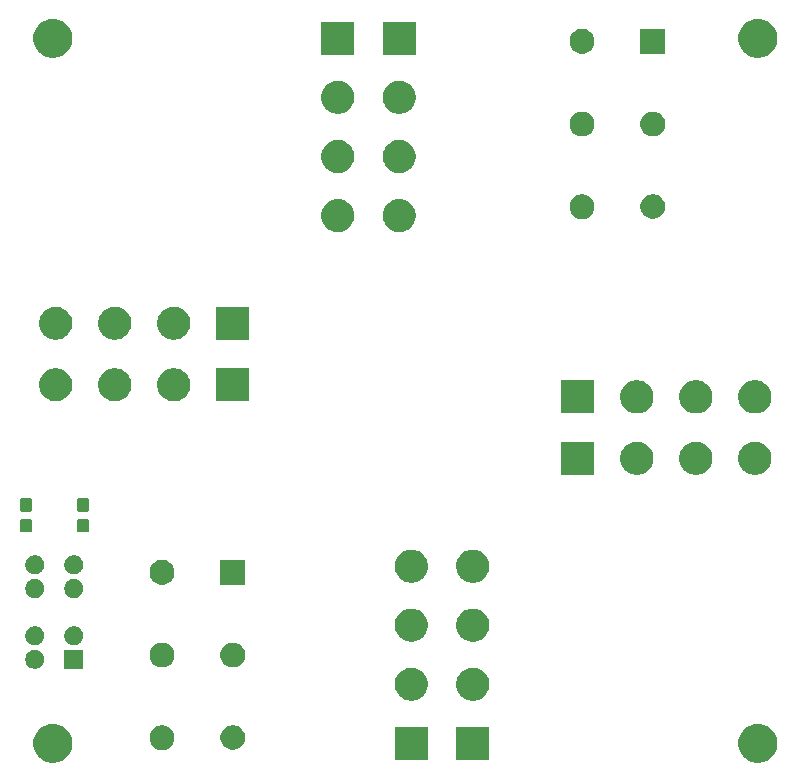
<source format=gbr>
G04 #@! TF.GenerationSoftware,KiCad,Pcbnew,5.1.2*
G04 #@! TF.CreationDate,2019-08-02T13:22:20+02:00*
G04 #@! TF.ProjectId,junction,6a756e63-7469-46f6-9e2e-6b696361645f,rev?*
G04 #@! TF.SameCoordinates,Original*
G04 #@! TF.FileFunction,Soldermask,Top*
G04 #@! TF.FilePolarity,Negative*
%FSLAX46Y46*%
G04 Gerber Fmt 4.6, Leading zero omitted, Abs format (unit mm)*
G04 Created by KiCad (PCBNEW 5.1.2) date 2019-08-02 13:22:20*
%MOMM*%
%LPD*%
G04 APERTURE LIST*
%ADD10C,0.100000*%
G04 APERTURE END LIST*
D10*
G36*
X65145256Y-63161298D02*
G01*
X65251579Y-63182447D01*
X65552042Y-63306903D01*
X65822451Y-63487585D01*
X66052415Y-63717549D01*
X66233097Y-63987958D01*
X66316159Y-64188486D01*
X66357553Y-64288422D01*
X66419245Y-64598565D01*
X66421000Y-64607391D01*
X66421000Y-64932609D01*
X66357553Y-65251579D01*
X66233097Y-65552042D01*
X66052415Y-65822451D01*
X65822451Y-66052415D01*
X65552042Y-66233097D01*
X65251579Y-66357553D01*
X65145256Y-66378702D01*
X64932611Y-66421000D01*
X64607389Y-66421000D01*
X64394744Y-66378702D01*
X64288421Y-66357553D01*
X63987958Y-66233097D01*
X63717549Y-66052415D01*
X63487585Y-65822451D01*
X63306903Y-65552042D01*
X63182447Y-65251579D01*
X63119000Y-64932609D01*
X63119000Y-64607391D01*
X63120756Y-64598565D01*
X63182447Y-64288422D01*
X63223842Y-64188486D01*
X63306903Y-63987958D01*
X63487585Y-63717549D01*
X63717549Y-63487585D01*
X63987958Y-63306903D01*
X64288421Y-63182447D01*
X64394744Y-63161298D01*
X64607389Y-63119000D01*
X64932611Y-63119000D01*
X65145256Y-63161298D01*
X65145256Y-63161298D01*
G37*
G36*
X5455256Y-63161298D02*
G01*
X5561579Y-63182447D01*
X5862042Y-63306903D01*
X6132451Y-63487585D01*
X6362415Y-63717549D01*
X6543097Y-63987958D01*
X6626159Y-64188486D01*
X6667553Y-64288422D01*
X6729245Y-64598565D01*
X6731000Y-64607391D01*
X6731000Y-64932609D01*
X6667553Y-65251579D01*
X6543097Y-65552042D01*
X6362415Y-65822451D01*
X6132451Y-66052415D01*
X5862042Y-66233097D01*
X5561579Y-66357553D01*
X5455256Y-66378702D01*
X5242611Y-66421000D01*
X4917389Y-66421000D01*
X4704744Y-66378702D01*
X4598421Y-66357553D01*
X4297958Y-66233097D01*
X4027549Y-66052415D01*
X3797585Y-65822451D01*
X3616903Y-65552042D01*
X3492447Y-65251579D01*
X3429000Y-64932609D01*
X3429000Y-64607391D01*
X3430756Y-64598565D01*
X3492447Y-64288422D01*
X3533842Y-64188486D01*
X3616903Y-63987958D01*
X3797585Y-63717549D01*
X4027549Y-63487585D01*
X4297958Y-63306903D01*
X4598421Y-63182447D01*
X4704744Y-63161298D01*
X4917389Y-63119000D01*
X5242611Y-63119000D01*
X5455256Y-63161298D01*
X5455256Y-63161298D01*
G37*
G36*
X42041000Y-66171000D02*
G01*
X39239000Y-66171000D01*
X39239000Y-63369000D01*
X42041000Y-63369000D01*
X42041000Y-66171000D01*
X42041000Y-66171000D01*
G37*
G36*
X36841000Y-66171000D02*
G01*
X34039000Y-66171000D01*
X34039000Y-63369000D01*
X36841000Y-63369000D01*
X36841000Y-66171000D01*
X36841000Y-66171000D01*
G37*
G36*
X14626564Y-63281389D02*
G01*
X14781622Y-63345616D01*
X14817835Y-63360616D01*
X14989973Y-63475635D01*
X15136365Y-63622027D01*
X15241363Y-63779167D01*
X15251385Y-63794167D01*
X15330611Y-63985436D01*
X15371000Y-64188484D01*
X15371000Y-64395516D01*
X15330611Y-64598564D01*
X15257598Y-64774833D01*
X15251384Y-64789835D01*
X15136365Y-64961973D01*
X14989973Y-65108365D01*
X14817835Y-65223384D01*
X14817834Y-65223385D01*
X14817833Y-65223385D01*
X14626564Y-65302611D01*
X14423516Y-65343000D01*
X14216484Y-65343000D01*
X14013436Y-65302611D01*
X13822167Y-65223385D01*
X13822166Y-65223385D01*
X13822165Y-65223384D01*
X13650027Y-65108365D01*
X13503635Y-64961973D01*
X13388616Y-64789835D01*
X13382402Y-64774833D01*
X13309389Y-64598564D01*
X13269000Y-64395516D01*
X13269000Y-64188484D01*
X13309389Y-63985436D01*
X13388615Y-63794167D01*
X13398638Y-63779167D01*
X13503635Y-63622027D01*
X13650027Y-63475635D01*
X13822165Y-63360616D01*
X13858378Y-63345616D01*
X14013436Y-63281389D01*
X14216484Y-63241000D01*
X14423516Y-63241000D01*
X14626564Y-63281389D01*
X14626564Y-63281389D01*
G37*
G36*
X20626564Y-63266389D02*
G01*
X20817833Y-63345615D01*
X20817835Y-63345616D01*
X20989973Y-63460635D01*
X21136365Y-63607027D01*
X21251385Y-63779167D01*
X21330611Y-63970436D01*
X21371000Y-64173484D01*
X21371000Y-64380516D01*
X21330611Y-64583564D01*
X21251385Y-64774833D01*
X21251384Y-64774835D01*
X21136365Y-64946973D01*
X20989973Y-65093365D01*
X20817835Y-65208384D01*
X20817834Y-65208385D01*
X20817833Y-65208385D01*
X20626564Y-65287611D01*
X20423516Y-65328000D01*
X20216484Y-65328000D01*
X20013436Y-65287611D01*
X19822167Y-65208385D01*
X19822166Y-65208385D01*
X19822165Y-65208384D01*
X19650027Y-65093365D01*
X19503635Y-64946973D01*
X19388616Y-64774835D01*
X19388615Y-64774833D01*
X19309389Y-64583564D01*
X19269000Y-64380516D01*
X19269000Y-64173484D01*
X19309389Y-63970436D01*
X19388615Y-63779167D01*
X19503635Y-63607027D01*
X19650027Y-63460635D01*
X19822165Y-63345616D01*
X19822167Y-63345615D01*
X20013436Y-63266389D01*
X20216484Y-63226000D01*
X20423516Y-63226000D01*
X20626564Y-63266389D01*
X20626564Y-63266389D01*
G37*
G36*
X35758433Y-58404893D02*
G01*
X35848657Y-58422839D01*
X35954267Y-58466585D01*
X36103621Y-58528449D01*
X36103622Y-58528450D01*
X36333086Y-58681772D01*
X36528228Y-58876914D01*
X36630675Y-59030237D01*
X36681551Y-59106379D01*
X36787161Y-59361344D01*
X36841000Y-59632012D01*
X36841000Y-59907988D01*
X36787161Y-60178656D01*
X36681551Y-60433621D01*
X36681550Y-60433622D01*
X36528228Y-60663086D01*
X36333086Y-60858228D01*
X36179763Y-60960675D01*
X36103621Y-61011551D01*
X35954267Y-61073415D01*
X35848657Y-61117161D01*
X35758433Y-61135107D01*
X35577988Y-61171000D01*
X35302012Y-61171000D01*
X35121567Y-61135107D01*
X35031343Y-61117161D01*
X34925733Y-61073415D01*
X34776379Y-61011551D01*
X34700237Y-60960675D01*
X34546914Y-60858228D01*
X34351772Y-60663086D01*
X34198450Y-60433622D01*
X34198449Y-60433621D01*
X34092839Y-60178656D01*
X34039000Y-59907988D01*
X34039000Y-59632012D01*
X34092839Y-59361344D01*
X34198449Y-59106379D01*
X34249325Y-59030237D01*
X34351772Y-58876914D01*
X34546914Y-58681772D01*
X34776378Y-58528450D01*
X34776379Y-58528449D01*
X34925733Y-58466585D01*
X35031343Y-58422839D01*
X35121567Y-58404893D01*
X35302012Y-58369000D01*
X35577988Y-58369000D01*
X35758433Y-58404893D01*
X35758433Y-58404893D01*
G37*
G36*
X40958433Y-58404893D02*
G01*
X41048657Y-58422839D01*
X41154267Y-58466585D01*
X41303621Y-58528449D01*
X41303622Y-58528450D01*
X41533086Y-58681772D01*
X41728228Y-58876914D01*
X41830675Y-59030237D01*
X41881551Y-59106379D01*
X41987161Y-59361344D01*
X42041000Y-59632012D01*
X42041000Y-59907988D01*
X41987161Y-60178656D01*
X41881551Y-60433621D01*
X41881550Y-60433622D01*
X41728228Y-60663086D01*
X41533086Y-60858228D01*
X41379763Y-60960675D01*
X41303621Y-61011551D01*
X41154267Y-61073415D01*
X41048657Y-61117161D01*
X40958433Y-61135107D01*
X40777988Y-61171000D01*
X40502012Y-61171000D01*
X40321567Y-61135107D01*
X40231343Y-61117161D01*
X40125733Y-61073415D01*
X39976379Y-61011551D01*
X39900237Y-60960675D01*
X39746914Y-60858228D01*
X39551772Y-60663086D01*
X39398450Y-60433622D01*
X39398449Y-60433621D01*
X39292839Y-60178656D01*
X39239000Y-59907988D01*
X39239000Y-59632012D01*
X39292839Y-59361344D01*
X39398449Y-59106379D01*
X39449325Y-59030237D01*
X39551772Y-58876914D01*
X39746914Y-58681772D01*
X39976378Y-58528450D01*
X39976379Y-58528449D01*
X40125733Y-58466585D01*
X40231343Y-58422839D01*
X40321567Y-58404893D01*
X40502012Y-58369000D01*
X40777988Y-58369000D01*
X40958433Y-58404893D01*
X40958433Y-58404893D01*
G37*
G36*
X3791642Y-56887781D02*
G01*
X3937414Y-56948162D01*
X3937416Y-56948163D01*
X4068608Y-57035822D01*
X4180178Y-57147392D01*
X4267837Y-57278584D01*
X4267838Y-57278586D01*
X4328219Y-57424358D01*
X4359000Y-57579107D01*
X4359000Y-57736893D01*
X4328219Y-57891642D01*
X4267838Y-58037414D01*
X4267837Y-58037416D01*
X4180178Y-58168608D01*
X4068608Y-58280178D01*
X3937416Y-58367837D01*
X3937415Y-58367838D01*
X3937414Y-58367838D01*
X3791642Y-58428219D01*
X3636893Y-58459000D01*
X3479107Y-58459000D01*
X3324358Y-58428219D01*
X3178586Y-58367838D01*
X3178585Y-58367838D01*
X3178584Y-58367837D01*
X3047392Y-58280178D01*
X2935822Y-58168608D01*
X2848163Y-58037416D01*
X2848162Y-58037414D01*
X2787781Y-57891642D01*
X2757000Y-57736893D01*
X2757000Y-57579107D01*
X2787781Y-57424358D01*
X2848162Y-57278586D01*
X2848163Y-57278584D01*
X2935822Y-57147392D01*
X3047392Y-57035822D01*
X3178584Y-56948163D01*
X3178586Y-56948162D01*
X3324358Y-56887781D01*
X3479107Y-56857000D01*
X3636893Y-56857000D01*
X3791642Y-56887781D01*
X3791642Y-56887781D01*
G37*
G36*
X7659000Y-58459000D02*
G01*
X6057000Y-58459000D01*
X6057000Y-56857000D01*
X7659000Y-56857000D01*
X7659000Y-58459000D01*
X7659000Y-58459000D01*
G37*
G36*
X14626564Y-56281389D02*
G01*
X14817833Y-56360615D01*
X14817835Y-56360616D01*
X14828642Y-56367837D01*
X14989973Y-56475635D01*
X15136365Y-56622027D01*
X15251385Y-56794167D01*
X15330611Y-56985436D01*
X15371000Y-57188484D01*
X15371000Y-57395516D01*
X15330611Y-57598564D01*
X15273314Y-57736892D01*
X15251384Y-57789835D01*
X15136365Y-57961973D01*
X14989973Y-58108365D01*
X14817835Y-58223384D01*
X14817834Y-58223385D01*
X14817833Y-58223385D01*
X14626564Y-58302611D01*
X14423516Y-58343000D01*
X14216484Y-58343000D01*
X14013436Y-58302611D01*
X13822167Y-58223385D01*
X13822166Y-58223385D01*
X13822165Y-58223384D01*
X13650027Y-58108365D01*
X13503635Y-57961973D01*
X13388616Y-57789835D01*
X13366686Y-57736892D01*
X13309389Y-57598564D01*
X13269000Y-57395516D01*
X13269000Y-57188484D01*
X13309389Y-56985436D01*
X13388615Y-56794167D01*
X13503635Y-56622027D01*
X13650027Y-56475635D01*
X13811358Y-56367837D01*
X13822165Y-56360616D01*
X13822167Y-56360615D01*
X14013436Y-56281389D01*
X14216484Y-56241000D01*
X14423516Y-56241000D01*
X14626564Y-56281389D01*
X14626564Y-56281389D01*
G37*
G36*
X20626564Y-56281389D02*
G01*
X20817833Y-56360615D01*
X20817835Y-56360616D01*
X20828642Y-56367837D01*
X20989973Y-56475635D01*
X21136365Y-56622027D01*
X21251385Y-56794167D01*
X21330611Y-56985436D01*
X21371000Y-57188484D01*
X21371000Y-57395516D01*
X21330611Y-57598564D01*
X21273314Y-57736892D01*
X21251384Y-57789835D01*
X21136365Y-57961973D01*
X20989973Y-58108365D01*
X20817835Y-58223384D01*
X20817834Y-58223385D01*
X20817833Y-58223385D01*
X20626564Y-58302611D01*
X20423516Y-58343000D01*
X20216484Y-58343000D01*
X20013436Y-58302611D01*
X19822167Y-58223385D01*
X19822166Y-58223385D01*
X19822165Y-58223384D01*
X19650027Y-58108365D01*
X19503635Y-57961973D01*
X19388616Y-57789835D01*
X19366686Y-57736892D01*
X19309389Y-57598564D01*
X19269000Y-57395516D01*
X19269000Y-57188484D01*
X19309389Y-56985436D01*
X19388615Y-56794167D01*
X19503635Y-56622027D01*
X19650027Y-56475635D01*
X19811358Y-56367837D01*
X19822165Y-56360616D01*
X19822167Y-56360615D01*
X20013436Y-56281389D01*
X20216484Y-56241000D01*
X20423516Y-56241000D01*
X20626564Y-56281389D01*
X20626564Y-56281389D01*
G37*
G36*
X7091642Y-54887781D02*
G01*
X7237414Y-54948162D01*
X7237416Y-54948163D01*
X7368608Y-55035822D01*
X7480178Y-55147392D01*
X7501068Y-55178657D01*
X7567838Y-55278586D01*
X7628219Y-55424358D01*
X7659000Y-55579107D01*
X7659000Y-55736893D01*
X7628219Y-55891642D01*
X7578551Y-56011550D01*
X7567837Y-56037416D01*
X7480178Y-56168608D01*
X7368608Y-56280178D01*
X7237416Y-56367837D01*
X7237415Y-56367838D01*
X7237414Y-56367838D01*
X7091642Y-56428219D01*
X6936893Y-56459000D01*
X6779107Y-56459000D01*
X6624358Y-56428219D01*
X6478586Y-56367838D01*
X6478585Y-56367838D01*
X6478584Y-56367837D01*
X6347392Y-56280178D01*
X6235822Y-56168608D01*
X6148163Y-56037416D01*
X6137449Y-56011550D01*
X6087781Y-55891642D01*
X6057000Y-55736893D01*
X6057000Y-55579107D01*
X6087781Y-55424358D01*
X6148162Y-55278586D01*
X6214932Y-55178657D01*
X6235822Y-55147392D01*
X6347392Y-55035822D01*
X6478584Y-54948163D01*
X6478586Y-54948162D01*
X6624358Y-54887781D01*
X6779107Y-54857000D01*
X6936893Y-54857000D01*
X7091642Y-54887781D01*
X7091642Y-54887781D01*
G37*
G36*
X3791642Y-54887781D02*
G01*
X3937414Y-54948162D01*
X3937416Y-54948163D01*
X4068608Y-55035822D01*
X4180178Y-55147392D01*
X4201068Y-55178657D01*
X4267838Y-55278586D01*
X4328219Y-55424358D01*
X4359000Y-55579107D01*
X4359000Y-55736893D01*
X4328219Y-55891642D01*
X4278551Y-56011550D01*
X4267837Y-56037416D01*
X4180178Y-56168608D01*
X4068608Y-56280178D01*
X3937416Y-56367837D01*
X3937415Y-56367838D01*
X3937414Y-56367838D01*
X3791642Y-56428219D01*
X3636893Y-56459000D01*
X3479107Y-56459000D01*
X3324358Y-56428219D01*
X3178586Y-56367838D01*
X3178585Y-56367838D01*
X3178584Y-56367837D01*
X3047392Y-56280178D01*
X2935822Y-56168608D01*
X2848163Y-56037416D01*
X2837449Y-56011550D01*
X2787781Y-55891642D01*
X2757000Y-55736893D01*
X2757000Y-55579107D01*
X2787781Y-55424358D01*
X2848162Y-55278586D01*
X2914932Y-55178657D01*
X2935822Y-55147392D01*
X3047392Y-55035822D01*
X3178584Y-54948163D01*
X3178586Y-54948162D01*
X3324358Y-54887781D01*
X3479107Y-54857000D01*
X3636893Y-54857000D01*
X3791642Y-54887781D01*
X3791642Y-54887781D01*
G37*
G36*
X40958433Y-53404893D02*
G01*
X41048657Y-53422839D01*
X41154267Y-53466585D01*
X41303621Y-53528449D01*
X41303622Y-53528450D01*
X41533086Y-53681772D01*
X41728228Y-53876914D01*
X41830675Y-54030237D01*
X41881551Y-54106379D01*
X41987161Y-54361344D01*
X42041000Y-54632012D01*
X42041000Y-54907988D01*
X41987161Y-55178656D01*
X41881551Y-55433621D01*
X41881550Y-55433622D01*
X41728228Y-55663086D01*
X41533086Y-55858228D01*
X41379763Y-55960675D01*
X41303621Y-56011551D01*
X41241177Y-56037416D01*
X41048657Y-56117161D01*
X40958433Y-56135107D01*
X40777988Y-56171000D01*
X40502012Y-56171000D01*
X40321567Y-56135107D01*
X40231343Y-56117161D01*
X40038823Y-56037416D01*
X39976379Y-56011551D01*
X39900237Y-55960675D01*
X39746914Y-55858228D01*
X39551772Y-55663086D01*
X39398450Y-55433622D01*
X39398449Y-55433621D01*
X39292839Y-55178656D01*
X39239000Y-54907988D01*
X39239000Y-54632012D01*
X39292839Y-54361344D01*
X39398449Y-54106379D01*
X39449325Y-54030237D01*
X39551772Y-53876914D01*
X39746914Y-53681772D01*
X39976378Y-53528450D01*
X39976379Y-53528449D01*
X40125733Y-53466585D01*
X40231343Y-53422839D01*
X40321567Y-53404893D01*
X40502012Y-53369000D01*
X40777988Y-53369000D01*
X40958433Y-53404893D01*
X40958433Y-53404893D01*
G37*
G36*
X35758433Y-53404893D02*
G01*
X35848657Y-53422839D01*
X35954267Y-53466585D01*
X36103621Y-53528449D01*
X36103622Y-53528450D01*
X36333086Y-53681772D01*
X36528228Y-53876914D01*
X36630675Y-54030237D01*
X36681551Y-54106379D01*
X36787161Y-54361344D01*
X36841000Y-54632012D01*
X36841000Y-54907988D01*
X36787161Y-55178656D01*
X36681551Y-55433621D01*
X36681550Y-55433622D01*
X36528228Y-55663086D01*
X36333086Y-55858228D01*
X36179763Y-55960675D01*
X36103621Y-56011551D01*
X36041177Y-56037416D01*
X35848657Y-56117161D01*
X35758433Y-56135107D01*
X35577988Y-56171000D01*
X35302012Y-56171000D01*
X35121567Y-56135107D01*
X35031343Y-56117161D01*
X34838823Y-56037416D01*
X34776379Y-56011551D01*
X34700237Y-55960675D01*
X34546914Y-55858228D01*
X34351772Y-55663086D01*
X34198450Y-55433622D01*
X34198449Y-55433621D01*
X34092839Y-55178656D01*
X34039000Y-54907988D01*
X34039000Y-54632012D01*
X34092839Y-54361344D01*
X34198449Y-54106379D01*
X34249325Y-54030237D01*
X34351772Y-53876914D01*
X34546914Y-53681772D01*
X34776378Y-53528450D01*
X34776379Y-53528449D01*
X34925733Y-53466585D01*
X35031343Y-53422839D01*
X35121567Y-53404893D01*
X35302012Y-53369000D01*
X35577988Y-53369000D01*
X35758433Y-53404893D01*
X35758433Y-53404893D01*
G37*
G36*
X3791642Y-50887781D02*
G01*
X3937414Y-50948162D01*
X3937416Y-50948163D01*
X4068608Y-51035822D01*
X4180178Y-51147392D01*
X4230954Y-51223385D01*
X4267838Y-51278586D01*
X4328219Y-51424358D01*
X4359000Y-51579107D01*
X4359000Y-51736893D01*
X4328219Y-51891642D01*
X4267838Y-52037414D01*
X4267837Y-52037416D01*
X4180178Y-52168608D01*
X4068608Y-52280178D01*
X3937416Y-52367837D01*
X3937415Y-52367838D01*
X3937414Y-52367838D01*
X3791642Y-52428219D01*
X3636893Y-52459000D01*
X3479107Y-52459000D01*
X3324358Y-52428219D01*
X3178586Y-52367838D01*
X3178585Y-52367838D01*
X3178584Y-52367837D01*
X3047392Y-52280178D01*
X2935822Y-52168608D01*
X2848163Y-52037416D01*
X2848162Y-52037414D01*
X2787781Y-51891642D01*
X2757000Y-51736893D01*
X2757000Y-51579107D01*
X2787781Y-51424358D01*
X2848162Y-51278586D01*
X2885046Y-51223385D01*
X2935822Y-51147392D01*
X3047392Y-51035822D01*
X3178584Y-50948163D01*
X3178586Y-50948162D01*
X3324358Y-50887781D01*
X3479107Y-50857000D01*
X3636893Y-50857000D01*
X3791642Y-50887781D01*
X3791642Y-50887781D01*
G37*
G36*
X7091642Y-50887781D02*
G01*
X7237414Y-50948162D01*
X7237416Y-50948163D01*
X7368608Y-51035822D01*
X7480178Y-51147392D01*
X7530954Y-51223385D01*
X7567838Y-51278586D01*
X7628219Y-51424358D01*
X7659000Y-51579107D01*
X7659000Y-51736893D01*
X7628219Y-51891642D01*
X7567838Y-52037414D01*
X7567837Y-52037416D01*
X7480178Y-52168608D01*
X7368608Y-52280178D01*
X7237416Y-52367837D01*
X7237415Y-52367838D01*
X7237414Y-52367838D01*
X7091642Y-52428219D01*
X6936893Y-52459000D01*
X6779107Y-52459000D01*
X6624358Y-52428219D01*
X6478586Y-52367838D01*
X6478585Y-52367838D01*
X6478584Y-52367837D01*
X6347392Y-52280178D01*
X6235822Y-52168608D01*
X6148163Y-52037416D01*
X6148162Y-52037414D01*
X6087781Y-51891642D01*
X6057000Y-51736893D01*
X6057000Y-51579107D01*
X6087781Y-51424358D01*
X6148162Y-51278586D01*
X6185046Y-51223385D01*
X6235822Y-51147392D01*
X6347392Y-51035822D01*
X6478584Y-50948163D01*
X6478586Y-50948162D01*
X6624358Y-50887781D01*
X6779107Y-50857000D01*
X6936893Y-50857000D01*
X7091642Y-50887781D01*
X7091642Y-50887781D01*
G37*
G36*
X21371000Y-51343000D02*
G01*
X19269000Y-51343000D01*
X19269000Y-49241000D01*
X21371000Y-49241000D01*
X21371000Y-51343000D01*
X21371000Y-51343000D01*
G37*
G36*
X14626564Y-49281389D02*
G01*
X14817833Y-49360615D01*
X14817835Y-49360616D01*
X14989973Y-49475635D01*
X15136365Y-49622027D01*
X15251385Y-49794167D01*
X15330611Y-49985436D01*
X15371000Y-50188484D01*
X15371000Y-50395516D01*
X15330611Y-50598564D01*
X15303885Y-50663086D01*
X15251384Y-50789835D01*
X15136365Y-50961973D01*
X14989973Y-51108365D01*
X14817835Y-51223384D01*
X14817834Y-51223385D01*
X14817833Y-51223385D01*
X14626564Y-51302611D01*
X14423516Y-51343000D01*
X14216484Y-51343000D01*
X14013436Y-51302611D01*
X13822167Y-51223385D01*
X13822166Y-51223385D01*
X13822165Y-51223384D01*
X13650027Y-51108365D01*
X13503635Y-50961973D01*
X13388616Y-50789835D01*
X13336115Y-50663086D01*
X13309389Y-50598564D01*
X13269000Y-50395516D01*
X13269000Y-50188484D01*
X13309389Y-49985436D01*
X13388615Y-49794167D01*
X13503635Y-49622027D01*
X13650027Y-49475635D01*
X13822165Y-49360616D01*
X13822167Y-49360615D01*
X14013436Y-49281389D01*
X14216484Y-49241000D01*
X14423516Y-49241000D01*
X14626564Y-49281389D01*
X14626564Y-49281389D01*
G37*
G36*
X35758433Y-48404893D02*
G01*
X35848657Y-48422839D01*
X35954267Y-48466585D01*
X36103621Y-48528449D01*
X36103622Y-48528450D01*
X36333086Y-48681772D01*
X36528228Y-48876914D01*
X36630675Y-49030237D01*
X36681551Y-49106379D01*
X36737313Y-49241000D01*
X36786860Y-49360616D01*
X36787161Y-49361344D01*
X36841000Y-49632012D01*
X36841000Y-49907988D01*
X36815256Y-50037414D01*
X36787161Y-50178657D01*
X36745109Y-50280178D01*
X36681551Y-50433621D01*
X36681550Y-50433622D01*
X36528228Y-50663086D01*
X36333086Y-50858228D01*
X36198489Y-50948162D01*
X36103621Y-51011551D01*
X35954267Y-51073415D01*
X35848657Y-51117161D01*
X35758433Y-51135107D01*
X35577988Y-51171000D01*
X35302012Y-51171000D01*
X35121567Y-51135107D01*
X35031343Y-51117161D01*
X34925733Y-51073415D01*
X34776379Y-51011551D01*
X34681511Y-50948162D01*
X34546914Y-50858228D01*
X34351772Y-50663086D01*
X34198450Y-50433622D01*
X34198449Y-50433621D01*
X34134891Y-50280178D01*
X34092839Y-50178657D01*
X34064744Y-50037414D01*
X34039000Y-49907988D01*
X34039000Y-49632012D01*
X34092839Y-49361344D01*
X34093141Y-49360616D01*
X34142687Y-49241000D01*
X34198449Y-49106379D01*
X34249325Y-49030237D01*
X34351772Y-48876914D01*
X34546914Y-48681772D01*
X34776378Y-48528450D01*
X34776379Y-48528449D01*
X34925733Y-48466585D01*
X35031343Y-48422839D01*
X35121567Y-48404893D01*
X35302012Y-48369000D01*
X35577988Y-48369000D01*
X35758433Y-48404893D01*
X35758433Y-48404893D01*
G37*
G36*
X40958433Y-48404893D02*
G01*
X41048657Y-48422839D01*
X41154267Y-48466585D01*
X41303621Y-48528449D01*
X41303622Y-48528450D01*
X41533086Y-48681772D01*
X41728228Y-48876914D01*
X41830675Y-49030237D01*
X41881551Y-49106379D01*
X41937313Y-49241000D01*
X41986860Y-49360616D01*
X41987161Y-49361344D01*
X42041000Y-49632012D01*
X42041000Y-49907988D01*
X42015256Y-50037414D01*
X41987161Y-50178657D01*
X41945109Y-50280178D01*
X41881551Y-50433621D01*
X41881550Y-50433622D01*
X41728228Y-50663086D01*
X41533086Y-50858228D01*
X41398489Y-50948162D01*
X41303621Y-51011551D01*
X41154267Y-51073415D01*
X41048657Y-51117161D01*
X40958433Y-51135107D01*
X40777988Y-51171000D01*
X40502012Y-51171000D01*
X40321567Y-51135107D01*
X40231343Y-51117161D01*
X40125733Y-51073415D01*
X39976379Y-51011551D01*
X39881511Y-50948162D01*
X39746914Y-50858228D01*
X39551772Y-50663086D01*
X39398450Y-50433622D01*
X39398449Y-50433621D01*
X39334891Y-50280178D01*
X39292839Y-50178657D01*
X39264744Y-50037414D01*
X39239000Y-49907988D01*
X39239000Y-49632012D01*
X39292839Y-49361344D01*
X39293141Y-49360616D01*
X39342687Y-49241000D01*
X39398449Y-49106379D01*
X39449325Y-49030237D01*
X39551772Y-48876914D01*
X39746914Y-48681772D01*
X39976378Y-48528450D01*
X39976379Y-48528449D01*
X40125733Y-48466585D01*
X40231343Y-48422839D01*
X40321567Y-48404893D01*
X40502012Y-48369000D01*
X40777988Y-48369000D01*
X40958433Y-48404893D01*
X40958433Y-48404893D01*
G37*
G36*
X3791642Y-48887781D02*
G01*
X3937414Y-48948162D01*
X3937416Y-48948163D01*
X4068608Y-49035822D01*
X4180178Y-49147392D01*
X4242724Y-49241000D01*
X4267838Y-49278586D01*
X4328219Y-49424358D01*
X4359000Y-49579107D01*
X4359000Y-49736893D01*
X4328219Y-49891642D01*
X4321449Y-49907986D01*
X4267837Y-50037416D01*
X4180178Y-50168608D01*
X4068608Y-50280178D01*
X3937416Y-50367837D01*
X3937415Y-50367838D01*
X3937414Y-50367838D01*
X3791642Y-50428219D01*
X3636893Y-50459000D01*
X3479107Y-50459000D01*
X3324358Y-50428219D01*
X3178586Y-50367838D01*
X3178585Y-50367838D01*
X3178584Y-50367837D01*
X3047392Y-50280178D01*
X2935822Y-50168608D01*
X2848163Y-50037416D01*
X2794551Y-49907986D01*
X2787781Y-49891642D01*
X2757000Y-49736893D01*
X2757000Y-49579107D01*
X2787781Y-49424358D01*
X2848162Y-49278586D01*
X2873276Y-49241000D01*
X2935822Y-49147392D01*
X3047392Y-49035822D01*
X3178584Y-48948163D01*
X3178586Y-48948162D01*
X3324358Y-48887781D01*
X3479107Y-48857000D01*
X3636893Y-48857000D01*
X3791642Y-48887781D01*
X3791642Y-48887781D01*
G37*
G36*
X7091642Y-48887781D02*
G01*
X7237414Y-48948162D01*
X7237416Y-48948163D01*
X7368608Y-49035822D01*
X7480178Y-49147392D01*
X7542724Y-49241000D01*
X7567838Y-49278586D01*
X7628219Y-49424358D01*
X7659000Y-49579107D01*
X7659000Y-49736893D01*
X7628219Y-49891642D01*
X7621449Y-49907986D01*
X7567837Y-50037416D01*
X7480178Y-50168608D01*
X7368608Y-50280178D01*
X7237416Y-50367837D01*
X7237415Y-50367838D01*
X7237414Y-50367838D01*
X7091642Y-50428219D01*
X6936893Y-50459000D01*
X6779107Y-50459000D01*
X6624358Y-50428219D01*
X6478586Y-50367838D01*
X6478585Y-50367838D01*
X6478584Y-50367837D01*
X6347392Y-50280178D01*
X6235822Y-50168608D01*
X6148163Y-50037416D01*
X6094551Y-49907986D01*
X6087781Y-49891642D01*
X6057000Y-49736893D01*
X6057000Y-49579107D01*
X6087781Y-49424358D01*
X6148162Y-49278586D01*
X6173276Y-49241000D01*
X6235822Y-49147392D01*
X6347392Y-49035822D01*
X6478584Y-48948163D01*
X6478586Y-48948162D01*
X6624358Y-48887781D01*
X6779107Y-48857000D01*
X6936893Y-48857000D01*
X7091642Y-48887781D01*
X7091642Y-48887781D01*
G37*
G36*
X7984499Y-45769445D02*
G01*
X8021995Y-45780820D01*
X8056554Y-45799292D01*
X8086847Y-45824153D01*
X8111708Y-45854446D01*
X8130180Y-45889005D01*
X8141555Y-45926501D01*
X8146000Y-45971638D01*
X8146000Y-46710362D01*
X8141555Y-46755499D01*
X8130180Y-46792995D01*
X8111708Y-46827554D01*
X8086847Y-46857847D01*
X8056554Y-46882708D01*
X8021995Y-46901180D01*
X7984499Y-46912555D01*
X7939362Y-46917000D01*
X7300638Y-46917000D01*
X7255501Y-46912555D01*
X7218005Y-46901180D01*
X7183446Y-46882708D01*
X7153153Y-46857847D01*
X7128292Y-46827554D01*
X7109820Y-46792995D01*
X7098445Y-46755499D01*
X7094000Y-46710362D01*
X7094000Y-45971638D01*
X7098445Y-45926501D01*
X7109820Y-45889005D01*
X7128292Y-45854446D01*
X7153153Y-45824153D01*
X7183446Y-45799292D01*
X7218005Y-45780820D01*
X7255501Y-45769445D01*
X7300638Y-45765000D01*
X7939362Y-45765000D01*
X7984499Y-45769445D01*
X7984499Y-45769445D01*
G37*
G36*
X3158499Y-45769445D02*
G01*
X3195995Y-45780820D01*
X3230554Y-45799292D01*
X3260847Y-45824153D01*
X3285708Y-45854446D01*
X3304180Y-45889005D01*
X3315555Y-45926501D01*
X3320000Y-45971638D01*
X3320000Y-46710362D01*
X3315555Y-46755499D01*
X3304180Y-46792995D01*
X3285708Y-46827554D01*
X3260847Y-46857847D01*
X3230554Y-46882708D01*
X3195995Y-46901180D01*
X3158499Y-46912555D01*
X3113362Y-46917000D01*
X2474638Y-46917000D01*
X2429501Y-46912555D01*
X2392005Y-46901180D01*
X2357446Y-46882708D01*
X2327153Y-46857847D01*
X2302292Y-46827554D01*
X2283820Y-46792995D01*
X2272445Y-46755499D01*
X2268000Y-46710362D01*
X2268000Y-45971638D01*
X2272445Y-45926501D01*
X2283820Y-45889005D01*
X2302292Y-45854446D01*
X2327153Y-45824153D01*
X2357446Y-45799292D01*
X2392005Y-45780820D01*
X2429501Y-45769445D01*
X2474638Y-45765000D01*
X3113362Y-45765000D01*
X3158499Y-45769445D01*
X3158499Y-45769445D01*
G37*
G36*
X7984499Y-44019445D02*
G01*
X8021995Y-44030820D01*
X8056554Y-44049292D01*
X8086847Y-44074153D01*
X8111708Y-44104446D01*
X8130180Y-44139005D01*
X8141555Y-44176501D01*
X8146000Y-44221638D01*
X8146000Y-44960362D01*
X8141555Y-45005499D01*
X8130180Y-45042995D01*
X8111708Y-45077554D01*
X8086847Y-45107847D01*
X8056554Y-45132708D01*
X8021995Y-45151180D01*
X7984499Y-45162555D01*
X7939362Y-45167000D01*
X7300638Y-45167000D01*
X7255501Y-45162555D01*
X7218005Y-45151180D01*
X7183446Y-45132708D01*
X7153153Y-45107847D01*
X7128292Y-45077554D01*
X7109820Y-45042995D01*
X7098445Y-45005499D01*
X7094000Y-44960362D01*
X7094000Y-44221638D01*
X7098445Y-44176501D01*
X7109820Y-44139005D01*
X7128292Y-44104446D01*
X7153153Y-44074153D01*
X7183446Y-44049292D01*
X7218005Y-44030820D01*
X7255501Y-44019445D01*
X7300638Y-44015000D01*
X7939362Y-44015000D01*
X7984499Y-44019445D01*
X7984499Y-44019445D01*
G37*
G36*
X3158499Y-44019445D02*
G01*
X3195995Y-44030820D01*
X3230554Y-44049292D01*
X3260847Y-44074153D01*
X3285708Y-44104446D01*
X3304180Y-44139005D01*
X3315555Y-44176501D01*
X3320000Y-44221638D01*
X3320000Y-44960362D01*
X3315555Y-45005499D01*
X3304180Y-45042995D01*
X3285708Y-45077554D01*
X3260847Y-45107847D01*
X3230554Y-45132708D01*
X3195995Y-45151180D01*
X3158499Y-45162555D01*
X3113362Y-45167000D01*
X2474638Y-45167000D01*
X2429501Y-45162555D01*
X2392005Y-45151180D01*
X2357446Y-45132708D01*
X2327153Y-45107847D01*
X2302292Y-45077554D01*
X2283820Y-45042995D01*
X2272445Y-45005499D01*
X2268000Y-44960362D01*
X2268000Y-44221638D01*
X2272445Y-44176501D01*
X2283820Y-44139005D01*
X2302292Y-44104446D01*
X2327153Y-44074153D01*
X2357446Y-44049292D01*
X2392005Y-44030820D01*
X2429501Y-44019445D01*
X2474638Y-44015000D01*
X3113362Y-44015000D01*
X3158499Y-44019445D01*
X3158499Y-44019445D01*
G37*
G36*
X50931000Y-42041000D02*
G01*
X48129000Y-42041000D01*
X48129000Y-39239000D01*
X50931000Y-39239000D01*
X50931000Y-42041000D01*
X50931000Y-42041000D01*
G37*
G36*
X54848433Y-39274893D02*
G01*
X54938657Y-39292839D01*
X55044267Y-39336585D01*
X55193621Y-39398449D01*
X55193622Y-39398450D01*
X55423086Y-39551772D01*
X55618228Y-39746914D01*
X55720675Y-39900237D01*
X55771551Y-39976379D01*
X55877161Y-40231344D01*
X55931000Y-40502012D01*
X55931000Y-40777988D01*
X55877161Y-41048656D01*
X55771551Y-41303621D01*
X55771550Y-41303622D01*
X55618228Y-41533086D01*
X55423086Y-41728228D01*
X55269763Y-41830675D01*
X55193621Y-41881551D01*
X55044267Y-41943415D01*
X54938657Y-41987161D01*
X54848433Y-42005107D01*
X54667988Y-42041000D01*
X54392012Y-42041000D01*
X54211567Y-42005107D01*
X54121343Y-41987161D01*
X54015733Y-41943415D01*
X53866379Y-41881551D01*
X53790237Y-41830675D01*
X53636914Y-41728228D01*
X53441772Y-41533086D01*
X53288450Y-41303622D01*
X53288449Y-41303621D01*
X53182839Y-41048656D01*
X53129000Y-40777988D01*
X53129000Y-40502012D01*
X53182839Y-40231344D01*
X53288449Y-39976379D01*
X53339325Y-39900237D01*
X53441772Y-39746914D01*
X53636914Y-39551772D01*
X53866378Y-39398450D01*
X53866379Y-39398449D01*
X54015733Y-39336585D01*
X54121343Y-39292839D01*
X54211567Y-39274893D01*
X54392012Y-39239000D01*
X54667988Y-39239000D01*
X54848433Y-39274893D01*
X54848433Y-39274893D01*
G37*
G36*
X64848433Y-39274893D02*
G01*
X64938657Y-39292839D01*
X65044267Y-39336585D01*
X65193621Y-39398449D01*
X65193622Y-39398450D01*
X65423086Y-39551772D01*
X65618228Y-39746914D01*
X65720675Y-39900237D01*
X65771551Y-39976379D01*
X65877161Y-40231344D01*
X65931000Y-40502012D01*
X65931000Y-40777988D01*
X65877161Y-41048656D01*
X65771551Y-41303621D01*
X65771550Y-41303622D01*
X65618228Y-41533086D01*
X65423086Y-41728228D01*
X65269763Y-41830675D01*
X65193621Y-41881551D01*
X65044267Y-41943415D01*
X64938657Y-41987161D01*
X64848433Y-42005107D01*
X64667988Y-42041000D01*
X64392012Y-42041000D01*
X64211567Y-42005107D01*
X64121343Y-41987161D01*
X64015733Y-41943415D01*
X63866379Y-41881551D01*
X63790237Y-41830675D01*
X63636914Y-41728228D01*
X63441772Y-41533086D01*
X63288450Y-41303622D01*
X63288449Y-41303621D01*
X63182839Y-41048656D01*
X63129000Y-40777988D01*
X63129000Y-40502012D01*
X63182839Y-40231344D01*
X63288449Y-39976379D01*
X63339325Y-39900237D01*
X63441772Y-39746914D01*
X63636914Y-39551772D01*
X63866378Y-39398450D01*
X63866379Y-39398449D01*
X64015733Y-39336585D01*
X64121343Y-39292839D01*
X64211567Y-39274893D01*
X64392012Y-39239000D01*
X64667988Y-39239000D01*
X64848433Y-39274893D01*
X64848433Y-39274893D01*
G37*
G36*
X59848433Y-39274893D02*
G01*
X59938657Y-39292839D01*
X60044267Y-39336585D01*
X60193621Y-39398449D01*
X60193622Y-39398450D01*
X60423086Y-39551772D01*
X60618228Y-39746914D01*
X60720675Y-39900237D01*
X60771551Y-39976379D01*
X60877161Y-40231344D01*
X60931000Y-40502012D01*
X60931000Y-40777988D01*
X60877161Y-41048656D01*
X60771551Y-41303621D01*
X60771550Y-41303622D01*
X60618228Y-41533086D01*
X60423086Y-41728228D01*
X60269763Y-41830675D01*
X60193621Y-41881551D01*
X60044267Y-41943415D01*
X59938657Y-41987161D01*
X59848433Y-42005107D01*
X59667988Y-42041000D01*
X59392012Y-42041000D01*
X59211567Y-42005107D01*
X59121343Y-41987161D01*
X59015733Y-41943415D01*
X58866379Y-41881551D01*
X58790237Y-41830675D01*
X58636914Y-41728228D01*
X58441772Y-41533086D01*
X58288450Y-41303622D01*
X58288449Y-41303621D01*
X58182839Y-41048656D01*
X58129000Y-40777988D01*
X58129000Y-40502012D01*
X58182839Y-40231344D01*
X58288449Y-39976379D01*
X58339325Y-39900237D01*
X58441772Y-39746914D01*
X58636914Y-39551772D01*
X58866378Y-39398450D01*
X58866379Y-39398449D01*
X59015733Y-39336585D01*
X59121343Y-39292839D01*
X59211567Y-39274893D01*
X59392012Y-39239000D01*
X59667988Y-39239000D01*
X59848433Y-39274893D01*
X59848433Y-39274893D01*
G37*
G36*
X64848433Y-34074893D02*
G01*
X64938657Y-34092839D01*
X65044267Y-34136585D01*
X65193621Y-34198449D01*
X65193622Y-34198450D01*
X65423086Y-34351772D01*
X65618228Y-34546914D01*
X65720675Y-34700237D01*
X65771551Y-34776379D01*
X65877161Y-35031344D01*
X65931000Y-35302012D01*
X65931000Y-35577988D01*
X65877161Y-35848656D01*
X65771551Y-36103621D01*
X65771550Y-36103622D01*
X65618228Y-36333086D01*
X65423086Y-36528228D01*
X65269763Y-36630675D01*
X65193621Y-36681551D01*
X65044267Y-36743415D01*
X64938657Y-36787161D01*
X64848433Y-36805107D01*
X64667988Y-36841000D01*
X64392012Y-36841000D01*
X64211567Y-36805107D01*
X64121343Y-36787161D01*
X64015733Y-36743415D01*
X63866379Y-36681551D01*
X63790237Y-36630675D01*
X63636914Y-36528228D01*
X63441772Y-36333086D01*
X63288450Y-36103622D01*
X63288449Y-36103621D01*
X63182839Y-35848656D01*
X63129000Y-35577988D01*
X63129000Y-35302012D01*
X63182839Y-35031344D01*
X63288449Y-34776379D01*
X63339325Y-34700237D01*
X63441772Y-34546914D01*
X63636914Y-34351772D01*
X63866378Y-34198450D01*
X63866379Y-34198449D01*
X64015733Y-34136585D01*
X64121343Y-34092839D01*
X64211567Y-34074893D01*
X64392012Y-34039000D01*
X64667988Y-34039000D01*
X64848433Y-34074893D01*
X64848433Y-34074893D01*
G37*
G36*
X59848433Y-34074893D02*
G01*
X59938657Y-34092839D01*
X60044267Y-34136585D01*
X60193621Y-34198449D01*
X60193622Y-34198450D01*
X60423086Y-34351772D01*
X60618228Y-34546914D01*
X60720675Y-34700237D01*
X60771551Y-34776379D01*
X60877161Y-35031344D01*
X60931000Y-35302012D01*
X60931000Y-35577988D01*
X60877161Y-35848656D01*
X60771551Y-36103621D01*
X60771550Y-36103622D01*
X60618228Y-36333086D01*
X60423086Y-36528228D01*
X60269763Y-36630675D01*
X60193621Y-36681551D01*
X60044267Y-36743415D01*
X59938657Y-36787161D01*
X59848433Y-36805107D01*
X59667988Y-36841000D01*
X59392012Y-36841000D01*
X59211567Y-36805107D01*
X59121343Y-36787161D01*
X59015733Y-36743415D01*
X58866379Y-36681551D01*
X58790237Y-36630675D01*
X58636914Y-36528228D01*
X58441772Y-36333086D01*
X58288450Y-36103622D01*
X58288449Y-36103621D01*
X58182839Y-35848656D01*
X58129000Y-35577988D01*
X58129000Y-35302012D01*
X58182839Y-35031344D01*
X58288449Y-34776379D01*
X58339325Y-34700237D01*
X58441772Y-34546914D01*
X58636914Y-34351772D01*
X58866378Y-34198450D01*
X58866379Y-34198449D01*
X59015733Y-34136585D01*
X59121343Y-34092839D01*
X59211567Y-34074893D01*
X59392012Y-34039000D01*
X59667988Y-34039000D01*
X59848433Y-34074893D01*
X59848433Y-34074893D01*
G37*
G36*
X50931000Y-36841000D02*
G01*
X48129000Y-36841000D01*
X48129000Y-34039000D01*
X50931000Y-34039000D01*
X50931000Y-36841000D01*
X50931000Y-36841000D01*
G37*
G36*
X54848433Y-34074893D02*
G01*
X54938657Y-34092839D01*
X55044267Y-34136585D01*
X55193621Y-34198449D01*
X55193622Y-34198450D01*
X55423086Y-34351772D01*
X55618228Y-34546914D01*
X55720675Y-34700237D01*
X55771551Y-34776379D01*
X55877161Y-35031344D01*
X55931000Y-35302012D01*
X55931000Y-35577988D01*
X55877161Y-35848656D01*
X55771551Y-36103621D01*
X55771550Y-36103622D01*
X55618228Y-36333086D01*
X55423086Y-36528228D01*
X55269763Y-36630675D01*
X55193621Y-36681551D01*
X55044267Y-36743415D01*
X54938657Y-36787161D01*
X54848433Y-36805107D01*
X54667988Y-36841000D01*
X54392012Y-36841000D01*
X54211567Y-36805107D01*
X54121343Y-36787161D01*
X54015733Y-36743415D01*
X53866379Y-36681551D01*
X53790237Y-36630675D01*
X53636914Y-36528228D01*
X53441772Y-36333086D01*
X53288450Y-36103622D01*
X53288449Y-36103621D01*
X53182839Y-35848656D01*
X53129000Y-35577988D01*
X53129000Y-35302012D01*
X53182839Y-35031344D01*
X53288449Y-34776379D01*
X53339325Y-34700237D01*
X53441772Y-34546914D01*
X53636914Y-34351772D01*
X53866378Y-34198450D01*
X53866379Y-34198449D01*
X54015733Y-34136585D01*
X54121343Y-34092839D01*
X54211567Y-34074893D01*
X54392012Y-34039000D01*
X54667988Y-34039000D01*
X54848433Y-34074893D01*
X54848433Y-34074893D01*
G37*
G36*
X15638433Y-33044893D02*
G01*
X15728657Y-33062839D01*
X15834267Y-33106585D01*
X15983621Y-33168449D01*
X15983622Y-33168450D01*
X16213086Y-33321772D01*
X16408228Y-33516914D01*
X16510675Y-33670237D01*
X16561551Y-33746379D01*
X16667161Y-34001344D01*
X16721000Y-34272012D01*
X16721000Y-34547988D01*
X16667161Y-34818656D01*
X16561551Y-35073621D01*
X16561550Y-35073622D01*
X16408228Y-35303086D01*
X16213086Y-35498228D01*
X16093719Y-35577986D01*
X15983621Y-35651551D01*
X15834267Y-35713415D01*
X15728657Y-35757161D01*
X15638433Y-35775107D01*
X15457988Y-35811000D01*
X15182012Y-35811000D01*
X15001567Y-35775107D01*
X14911343Y-35757161D01*
X14805733Y-35713415D01*
X14656379Y-35651551D01*
X14546281Y-35577986D01*
X14426914Y-35498228D01*
X14231772Y-35303086D01*
X14078450Y-35073622D01*
X14078449Y-35073621D01*
X13972839Y-34818656D01*
X13919000Y-34547988D01*
X13919000Y-34272012D01*
X13972839Y-34001344D01*
X14078449Y-33746379D01*
X14129325Y-33670237D01*
X14231772Y-33516914D01*
X14426914Y-33321772D01*
X14656378Y-33168450D01*
X14656379Y-33168449D01*
X14805733Y-33106585D01*
X14911343Y-33062839D01*
X15001567Y-33044893D01*
X15182012Y-33009000D01*
X15457988Y-33009000D01*
X15638433Y-33044893D01*
X15638433Y-33044893D01*
G37*
G36*
X10638433Y-33044893D02*
G01*
X10728657Y-33062839D01*
X10834267Y-33106585D01*
X10983621Y-33168449D01*
X10983622Y-33168450D01*
X11213086Y-33321772D01*
X11408228Y-33516914D01*
X11510675Y-33670237D01*
X11561551Y-33746379D01*
X11667161Y-34001344D01*
X11721000Y-34272012D01*
X11721000Y-34547988D01*
X11667161Y-34818656D01*
X11561551Y-35073621D01*
X11561550Y-35073622D01*
X11408228Y-35303086D01*
X11213086Y-35498228D01*
X11093719Y-35577986D01*
X10983621Y-35651551D01*
X10834267Y-35713415D01*
X10728657Y-35757161D01*
X10638433Y-35775107D01*
X10457988Y-35811000D01*
X10182012Y-35811000D01*
X10001567Y-35775107D01*
X9911343Y-35757161D01*
X9805733Y-35713415D01*
X9656379Y-35651551D01*
X9546281Y-35577986D01*
X9426914Y-35498228D01*
X9231772Y-35303086D01*
X9078450Y-35073622D01*
X9078449Y-35073621D01*
X8972839Y-34818656D01*
X8919000Y-34547988D01*
X8919000Y-34272012D01*
X8972839Y-34001344D01*
X9078449Y-33746379D01*
X9129325Y-33670237D01*
X9231772Y-33516914D01*
X9426914Y-33321772D01*
X9656378Y-33168450D01*
X9656379Y-33168449D01*
X9805733Y-33106585D01*
X9911343Y-33062839D01*
X10001567Y-33044893D01*
X10182012Y-33009000D01*
X10457988Y-33009000D01*
X10638433Y-33044893D01*
X10638433Y-33044893D01*
G37*
G36*
X5638433Y-33044893D02*
G01*
X5728657Y-33062839D01*
X5834267Y-33106585D01*
X5983621Y-33168449D01*
X5983622Y-33168450D01*
X6213086Y-33321772D01*
X6408228Y-33516914D01*
X6510675Y-33670237D01*
X6561551Y-33746379D01*
X6667161Y-34001344D01*
X6721000Y-34272012D01*
X6721000Y-34547988D01*
X6667161Y-34818656D01*
X6561551Y-35073621D01*
X6561550Y-35073622D01*
X6408228Y-35303086D01*
X6213086Y-35498228D01*
X6093719Y-35577986D01*
X5983621Y-35651551D01*
X5834267Y-35713415D01*
X5728657Y-35757161D01*
X5638433Y-35775107D01*
X5457988Y-35811000D01*
X5182012Y-35811000D01*
X5001567Y-35775107D01*
X4911343Y-35757161D01*
X4805733Y-35713415D01*
X4656379Y-35651551D01*
X4546281Y-35577986D01*
X4426914Y-35498228D01*
X4231772Y-35303086D01*
X4078450Y-35073622D01*
X4078449Y-35073621D01*
X3972839Y-34818656D01*
X3919000Y-34547988D01*
X3919000Y-34272012D01*
X3972839Y-34001344D01*
X4078449Y-33746379D01*
X4129325Y-33670237D01*
X4231772Y-33516914D01*
X4426914Y-33321772D01*
X4656378Y-33168450D01*
X4656379Y-33168449D01*
X4805733Y-33106585D01*
X4911343Y-33062839D01*
X5001567Y-33044893D01*
X5182012Y-33009000D01*
X5457988Y-33009000D01*
X5638433Y-33044893D01*
X5638433Y-33044893D01*
G37*
G36*
X21721000Y-35811000D02*
G01*
X18919000Y-35811000D01*
X18919000Y-33009000D01*
X21721000Y-33009000D01*
X21721000Y-35811000D01*
X21721000Y-35811000D01*
G37*
G36*
X21721000Y-30611000D02*
G01*
X18919000Y-30611000D01*
X18919000Y-27809000D01*
X21721000Y-27809000D01*
X21721000Y-30611000D01*
X21721000Y-30611000D01*
G37*
G36*
X5638433Y-27844893D02*
G01*
X5728657Y-27862839D01*
X5834267Y-27906585D01*
X5983621Y-27968449D01*
X5983622Y-27968450D01*
X6213086Y-28121772D01*
X6408228Y-28316914D01*
X6510675Y-28470237D01*
X6561551Y-28546379D01*
X6667161Y-28801344D01*
X6721000Y-29072012D01*
X6721000Y-29347988D01*
X6667161Y-29618656D01*
X6561551Y-29873621D01*
X6561550Y-29873622D01*
X6408228Y-30103086D01*
X6213086Y-30298228D01*
X6059763Y-30400675D01*
X5983621Y-30451551D01*
X5834267Y-30513415D01*
X5728657Y-30557161D01*
X5638433Y-30575107D01*
X5457988Y-30611000D01*
X5182012Y-30611000D01*
X5001567Y-30575107D01*
X4911343Y-30557161D01*
X4805733Y-30513415D01*
X4656379Y-30451551D01*
X4580237Y-30400675D01*
X4426914Y-30298228D01*
X4231772Y-30103086D01*
X4078450Y-29873622D01*
X4078449Y-29873621D01*
X3972839Y-29618656D01*
X3919000Y-29347988D01*
X3919000Y-29072012D01*
X3972839Y-28801344D01*
X4078449Y-28546379D01*
X4129325Y-28470237D01*
X4231772Y-28316914D01*
X4426914Y-28121772D01*
X4656378Y-27968450D01*
X4656379Y-27968449D01*
X4805733Y-27906585D01*
X4911343Y-27862839D01*
X5001567Y-27844893D01*
X5182012Y-27809000D01*
X5457988Y-27809000D01*
X5638433Y-27844893D01*
X5638433Y-27844893D01*
G37*
G36*
X10638433Y-27844893D02*
G01*
X10728657Y-27862839D01*
X10834267Y-27906585D01*
X10983621Y-27968449D01*
X10983622Y-27968450D01*
X11213086Y-28121772D01*
X11408228Y-28316914D01*
X11510675Y-28470237D01*
X11561551Y-28546379D01*
X11667161Y-28801344D01*
X11721000Y-29072012D01*
X11721000Y-29347988D01*
X11667161Y-29618656D01*
X11561551Y-29873621D01*
X11561550Y-29873622D01*
X11408228Y-30103086D01*
X11213086Y-30298228D01*
X11059763Y-30400675D01*
X10983621Y-30451551D01*
X10834267Y-30513415D01*
X10728657Y-30557161D01*
X10638433Y-30575107D01*
X10457988Y-30611000D01*
X10182012Y-30611000D01*
X10001567Y-30575107D01*
X9911343Y-30557161D01*
X9805733Y-30513415D01*
X9656379Y-30451551D01*
X9580237Y-30400675D01*
X9426914Y-30298228D01*
X9231772Y-30103086D01*
X9078450Y-29873622D01*
X9078449Y-29873621D01*
X8972839Y-29618656D01*
X8919000Y-29347988D01*
X8919000Y-29072012D01*
X8972839Y-28801344D01*
X9078449Y-28546379D01*
X9129325Y-28470237D01*
X9231772Y-28316914D01*
X9426914Y-28121772D01*
X9656378Y-27968450D01*
X9656379Y-27968449D01*
X9805733Y-27906585D01*
X9911343Y-27862839D01*
X10001567Y-27844893D01*
X10182012Y-27809000D01*
X10457988Y-27809000D01*
X10638433Y-27844893D01*
X10638433Y-27844893D01*
G37*
G36*
X15638433Y-27844893D02*
G01*
X15728657Y-27862839D01*
X15834267Y-27906585D01*
X15983621Y-27968449D01*
X15983622Y-27968450D01*
X16213086Y-28121772D01*
X16408228Y-28316914D01*
X16510675Y-28470237D01*
X16561551Y-28546379D01*
X16667161Y-28801344D01*
X16721000Y-29072012D01*
X16721000Y-29347988D01*
X16667161Y-29618656D01*
X16561551Y-29873621D01*
X16561550Y-29873622D01*
X16408228Y-30103086D01*
X16213086Y-30298228D01*
X16059763Y-30400675D01*
X15983621Y-30451551D01*
X15834267Y-30513415D01*
X15728657Y-30557161D01*
X15638433Y-30575107D01*
X15457988Y-30611000D01*
X15182012Y-30611000D01*
X15001567Y-30575107D01*
X14911343Y-30557161D01*
X14805733Y-30513415D01*
X14656379Y-30451551D01*
X14580237Y-30400675D01*
X14426914Y-30298228D01*
X14231772Y-30103086D01*
X14078450Y-29873622D01*
X14078449Y-29873621D01*
X13972839Y-29618656D01*
X13919000Y-29347988D01*
X13919000Y-29072012D01*
X13972839Y-28801344D01*
X14078449Y-28546379D01*
X14129325Y-28470237D01*
X14231772Y-28316914D01*
X14426914Y-28121772D01*
X14656378Y-27968450D01*
X14656379Y-27968449D01*
X14805733Y-27906585D01*
X14911343Y-27862839D01*
X15001567Y-27844893D01*
X15182012Y-27809000D01*
X15457988Y-27809000D01*
X15638433Y-27844893D01*
X15638433Y-27844893D01*
G37*
G36*
X34728433Y-18714893D02*
G01*
X34818657Y-18732839D01*
X34924267Y-18776585D01*
X35073621Y-18838449D01*
X35073622Y-18838450D01*
X35303086Y-18991772D01*
X35498228Y-19186914D01*
X35600675Y-19340237D01*
X35651551Y-19416379D01*
X35660305Y-19437514D01*
X35738199Y-19625564D01*
X35757161Y-19671344D01*
X35811000Y-19942012D01*
X35811000Y-20217988D01*
X35757161Y-20488656D01*
X35651551Y-20743621D01*
X35651550Y-20743622D01*
X35498228Y-20973086D01*
X35303086Y-21168228D01*
X35149763Y-21270675D01*
X35073621Y-21321551D01*
X34924267Y-21383415D01*
X34818657Y-21427161D01*
X34728433Y-21445107D01*
X34547988Y-21481000D01*
X34272012Y-21481000D01*
X34091567Y-21445107D01*
X34001343Y-21427161D01*
X33895733Y-21383415D01*
X33746379Y-21321551D01*
X33670237Y-21270675D01*
X33516914Y-21168228D01*
X33321772Y-20973086D01*
X33168450Y-20743622D01*
X33168449Y-20743621D01*
X33062839Y-20488656D01*
X33009000Y-20217988D01*
X33009000Y-19942012D01*
X33062839Y-19671344D01*
X33081802Y-19625564D01*
X33159695Y-19437514D01*
X33168449Y-19416379D01*
X33219325Y-19340237D01*
X33321772Y-19186914D01*
X33516914Y-18991772D01*
X33746378Y-18838450D01*
X33746379Y-18838449D01*
X33895733Y-18776585D01*
X34001343Y-18732839D01*
X34091567Y-18714893D01*
X34272012Y-18679000D01*
X34547988Y-18679000D01*
X34728433Y-18714893D01*
X34728433Y-18714893D01*
G37*
G36*
X29528433Y-18714893D02*
G01*
X29618657Y-18732839D01*
X29724267Y-18776585D01*
X29873621Y-18838449D01*
X29873622Y-18838450D01*
X30103086Y-18991772D01*
X30298228Y-19186914D01*
X30400675Y-19340237D01*
X30451551Y-19416379D01*
X30460305Y-19437514D01*
X30538199Y-19625564D01*
X30557161Y-19671344D01*
X30611000Y-19942012D01*
X30611000Y-20217988D01*
X30557161Y-20488656D01*
X30451551Y-20743621D01*
X30451550Y-20743622D01*
X30298228Y-20973086D01*
X30103086Y-21168228D01*
X29949763Y-21270675D01*
X29873621Y-21321551D01*
X29724267Y-21383415D01*
X29618657Y-21427161D01*
X29528433Y-21445107D01*
X29347988Y-21481000D01*
X29072012Y-21481000D01*
X28891567Y-21445107D01*
X28801343Y-21427161D01*
X28695733Y-21383415D01*
X28546379Y-21321551D01*
X28470237Y-21270675D01*
X28316914Y-21168228D01*
X28121772Y-20973086D01*
X27968450Y-20743622D01*
X27968449Y-20743621D01*
X27862839Y-20488656D01*
X27809000Y-20217988D01*
X27809000Y-19942012D01*
X27862839Y-19671344D01*
X27881802Y-19625564D01*
X27959695Y-19437514D01*
X27968449Y-19416379D01*
X28019325Y-19340237D01*
X28121772Y-19186914D01*
X28316914Y-18991772D01*
X28546378Y-18838450D01*
X28546379Y-18838449D01*
X28695733Y-18776585D01*
X28801343Y-18732839D01*
X28891567Y-18714893D01*
X29072012Y-18679000D01*
X29347988Y-18679000D01*
X29528433Y-18714893D01*
X29528433Y-18714893D01*
G37*
G36*
X50186564Y-18323389D02*
G01*
X50341622Y-18387616D01*
X50377835Y-18402616D01*
X50549973Y-18517635D01*
X50696365Y-18664027D01*
X50801363Y-18821167D01*
X50811385Y-18836167D01*
X50890611Y-19027436D01*
X50931000Y-19230484D01*
X50931000Y-19437516D01*
X50890611Y-19640564D01*
X50817598Y-19816833D01*
X50811384Y-19831835D01*
X50696365Y-20003973D01*
X50549973Y-20150365D01*
X50377835Y-20265384D01*
X50377834Y-20265385D01*
X50377833Y-20265385D01*
X50186564Y-20344611D01*
X49983516Y-20385000D01*
X49776484Y-20385000D01*
X49573436Y-20344611D01*
X49382167Y-20265385D01*
X49382166Y-20265385D01*
X49382165Y-20265384D01*
X49210027Y-20150365D01*
X49063635Y-20003973D01*
X48948616Y-19831835D01*
X48942402Y-19816833D01*
X48869389Y-19640564D01*
X48829000Y-19437516D01*
X48829000Y-19230484D01*
X48869389Y-19027436D01*
X48948615Y-18836167D01*
X48958638Y-18821167D01*
X49063635Y-18664027D01*
X49210027Y-18517635D01*
X49382165Y-18402616D01*
X49418378Y-18387616D01*
X49573436Y-18323389D01*
X49776484Y-18283000D01*
X49983516Y-18283000D01*
X50186564Y-18323389D01*
X50186564Y-18323389D01*
G37*
G36*
X56186564Y-18308389D02*
G01*
X56377833Y-18387615D01*
X56377835Y-18387616D01*
X56400284Y-18402616D01*
X56549973Y-18502635D01*
X56696365Y-18649027D01*
X56811385Y-18821167D01*
X56890611Y-19012436D01*
X56931000Y-19215484D01*
X56931000Y-19422516D01*
X56890611Y-19625564D01*
X56871648Y-19671344D01*
X56811384Y-19816835D01*
X56696365Y-19988973D01*
X56549973Y-20135365D01*
X56377835Y-20250384D01*
X56377834Y-20250385D01*
X56377833Y-20250385D01*
X56186564Y-20329611D01*
X55983516Y-20370000D01*
X55776484Y-20370000D01*
X55573436Y-20329611D01*
X55382167Y-20250385D01*
X55382166Y-20250385D01*
X55382165Y-20250384D01*
X55210027Y-20135365D01*
X55063635Y-19988973D01*
X54948616Y-19816835D01*
X54888352Y-19671344D01*
X54869389Y-19625564D01*
X54829000Y-19422516D01*
X54829000Y-19215484D01*
X54869389Y-19012436D01*
X54948615Y-18821167D01*
X55063635Y-18649027D01*
X55210027Y-18502635D01*
X55359716Y-18402616D01*
X55382165Y-18387616D01*
X55382167Y-18387615D01*
X55573436Y-18308389D01*
X55776484Y-18268000D01*
X55983516Y-18268000D01*
X56186564Y-18308389D01*
X56186564Y-18308389D01*
G37*
G36*
X34728433Y-13714893D02*
G01*
X34818657Y-13732839D01*
X34924267Y-13776585D01*
X35073621Y-13838449D01*
X35073622Y-13838450D01*
X35303086Y-13991772D01*
X35498228Y-14186914D01*
X35600675Y-14340237D01*
X35651551Y-14416379D01*
X35757161Y-14671344D01*
X35811000Y-14942012D01*
X35811000Y-15217988D01*
X35757161Y-15488656D01*
X35651551Y-15743621D01*
X35651550Y-15743622D01*
X35498228Y-15973086D01*
X35303086Y-16168228D01*
X35149763Y-16270675D01*
X35073621Y-16321551D01*
X34924267Y-16383415D01*
X34818657Y-16427161D01*
X34728433Y-16445107D01*
X34547988Y-16481000D01*
X34272012Y-16481000D01*
X34091567Y-16445107D01*
X34001343Y-16427161D01*
X33895733Y-16383415D01*
X33746379Y-16321551D01*
X33670237Y-16270675D01*
X33516914Y-16168228D01*
X33321772Y-15973086D01*
X33168450Y-15743622D01*
X33168449Y-15743621D01*
X33062839Y-15488656D01*
X33009000Y-15217988D01*
X33009000Y-14942012D01*
X33062839Y-14671344D01*
X33168449Y-14416379D01*
X33219325Y-14340237D01*
X33321772Y-14186914D01*
X33516914Y-13991772D01*
X33746378Y-13838450D01*
X33746379Y-13838449D01*
X33895733Y-13776585D01*
X34001343Y-13732839D01*
X34091567Y-13714893D01*
X34272012Y-13679000D01*
X34547988Y-13679000D01*
X34728433Y-13714893D01*
X34728433Y-13714893D01*
G37*
G36*
X29528433Y-13714893D02*
G01*
X29618657Y-13732839D01*
X29724267Y-13776585D01*
X29873621Y-13838449D01*
X29873622Y-13838450D01*
X30103086Y-13991772D01*
X30298228Y-14186914D01*
X30400675Y-14340237D01*
X30451551Y-14416379D01*
X30557161Y-14671344D01*
X30611000Y-14942012D01*
X30611000Y-15217988D01*
X30557161Y-15488656D01*
X30451551Y-15743621D01*
X30451550Y-15743622D01*
X30298228Y-15973086D01*
X30103086Y-16168228D01*
X29949763Y-16270675D01*
X29873621Y-16321551D01*
X29724267Y-16383415D01*
X29618657Y-16427161D01*
X29528433Y-16445107D01*
X29347988Y-16481000D01*
X29072012Y-16481000D01*
X28891567Y-16445107D01*
X28801343Y-16427161D01*
X28695733Y-16383415D01*
X28546379Y-16321551D01*
X28470237Y-16270675D01*
X28316914Y-16168228D01*
X28121772Y-15973086D01*
X27968450Y-15743622D01*
X27968449Y-15743621D01*
X27862839Y-15488656D01*
X27809000Y-15217988D01*
X27809000Y-14942012D01*
X27862839Y-14671344D01*
X27968449Y-14416379D01*
X28019325Y-14340237D01*
X28121772Y-14186914D01*
X28316914Y-13991772D01*
X28546378Y-13838450D01*
X28546379Y-13838449D01*
X28695733Y-13776585D01*
X28801343Y-13732839D01*
X28891567Y-13714893D01*
X29072012Y-13679000D01*
X29347988Y-13679000D01*
X29528433Y-13714893D01*
X29528433Y-13714893D01*
G37*
G36*
X50186564Y-11323389D02*
G01*
X50377833Y-11402615D01*
X50377835Y-11402616D01*
X50414569Y-11427161D01*
X50549973Y-11517635D01*
X50696365Y-11664027D01*
X50811385Y-11836167D01*
X50890611Y-12027436D01*
X50931000Y-12230484D01*
X50931000Y-12437516D01*
X50890611Y-12640564D01*
X50811385Y-12831833D01*
X50811384Y-12831835D01*
X50696365Y-13003973D01*
X50549973Y-13150365D01*
X50377835Y-13265384D01*
X50377834Y-13265385D01*
X50377833Y-13265385D01*
X50186564Y-13344611D01*
X49983516Y-13385000D01*
X49776484Y-13385000D01*
X49573436Y-13344611D01*
X49382167Y-13265385D01*
X49382166Y-13265385D01*
X49382165Y-13265384D01*
X49210027Y-13150365D01*
X49063635Y-13003973D01*
X48948616Y-12831835D01*
X48948615Y-12831833D01*
X48869389Y-12640564D01*
X48829000Y-12437516D01*
X48829000Y-12230484D01*
X48869389Y-12027436D01*
X48948615Y-11836167D01*
X49063635Y-11664027D01*
X49210027Y-11517635D01*
X49345431Y-11427161D01*
X49382165Y-11402616D01*
X49382167Y-11402615D01*
X49573436Y-11323389D01*
X49776484Y-11283000D01*
X49983516Y-11283000D01*
X50186564Y-11323389D01*
X50186564Y-11323389D01*
G37*
G36*
X56186564Y-11323389D02*
G01*
X56377833Y-11402615D01*
X56377835Y-11402616D01*
X56414569Y-11427161D01*
X56549973Y-11517635D01*
X56696365Y-11664027D01*
X56811385Y-11836167D01*
X56890611Y-12027436D01*
X56931000Y-12230484D01*
X56931000Y-12437516D01*
X56890611Y-12640564D01*
X56811385Y-12831833D01*
X56811384Y-12831835D01*
X56696365Y-13003973D01*
X56549973Y-13150365D01*
X56377835Y-13265384D01*
X56377834Y-13265385D01*
X56377833Y-13265385D01*
X56186564Y-13344611D01*
X55983516Y-13385000D01*
X55776484Y-13385000D01*
X55573436Y-13344611D01*
X55382167Y-13265385D01*
X55382166Y-13265385D01*
X55382165Y-13265384D01*
X55210027Y-13150365D01*
X55063635Y-13003973D01*
X54948616Y-12831835D01*
X54948615Y-12831833D01*
X54869389Y-12640564D01*
X54829000Y-12437516D01*
X54829000Y-12230484D01*
X54869389Y-12027436D01*
X54948615Y-11836167D01*
X55063635Y-11664027D01*
X55210027Y-11517635D01*
X55345431Y-11427161D01*
X55382165Y-11402616D01*
X55382167Y-11402615D01*
X55573436Y-11323389D01*
X55776484Y-11283000D01*
X55983516Y-11283000D01*
X56186564Y-11323389D01*
X56186564Y-11323389D01*
G37*
G36*
X34728433Y-8714893D02*
G01*
X34818657Y-8732839D01*
X34924267Y-8776585D01*
X35073621Y-8838449D01*
X35073622Y-8838450D01*
X35303086Y-8991772D01*
X35498228Y-9186914D01*
X35600675Y-9340237D01*
X35651551Y-9416379D01*
X35757161Y-9671344D01*
X35811000Y-9942012D01*
X35811000Y-10217988D01*
X35757161Y-10488656D01*
X35651551Y-10743621D01*
X35651550Y-10743622D01*
X35498228Y-10973086D01*
X35303086Y-11168228D01*
X35149763Y-11270675D01*
X35073621Y-11321551D01*
X34924267Y-11383415D01*
X34818657Y-11427161D01*
X34728433Y-11445107D01*
X34547988Y-11481000D01*
X34272012Y-11481000D01*
X34091567Y-11445107D01*
X34001343Y-11427161D01*
X33895733Y-11383415D01*
X33746379Y-11321551D01*
X33670237Y-11270675D01*
X33516914Y-11168228D01*
X33321772Y-10973086D01*
X33168450Y-10743622D01*
X33168449Y-10743621D01*
X33062839Y-10488656D01*
X33009000Y-10217988D01*
X33009000Y-9942012D01*
X33062839Y-9671344D01*
X33168449Y-9416379D01*
X33219325Y-9340237D01*
X33321772Y-9186914D01*
X33516914Y-8991772D01*
X33746378Y-8838450D01*
X33746379Y-8838449D01*
X33895733Y-8776585D01*
X34001343Y-8732839D01*
X34091567Y-8714893D01*
X34272012Y-8679000D01*
X34547988Y-8679000D01*
X34728433Y-8714893D01*
X34728433Y-8714893D01*
G37*
G36*
X29528433Y-8714893D02*
G01*
X29618657Y-8732839D01*
X29724267Y-8776585D01*
X29873621Y-8838449D01*
X29873622Y-8838450D01*
X30103086Y-8991772D01*
X30298228Y-9186914D01*
X30400675Y-9340237D01*
X30451551Y-9416379D01*
X30557161Y-9671344D01*
X30611000Y-9942012D01*
X30611000Y-10217988D01*
X30557161Y-10488656D01*
X30451551Y-10743621D01*
X30451550Y-10743622D01*
X30298228Y-10973086D01*
X30103086Y-11168228D01*
X29949763Y-11270675D01*
X29873621Y-11321551D01*
X29724267Y-11383415D01*
X29618657Y-11427161D01*
X29528433Y-11445107D01*
X29347988Y-11481000D01*
X29072012Y-11481000D01*
X28891567Y-11445107D01*
X28801343Y-11427161D01*
X28695733Y-11383415D01*
X28546379Y-11321551D01*
X28470237Y-11270675D01*
X28316914Y-11168228D01*
X28121772Y-10973086D01*
X27968450Y-10743622D01*
X27968449Y-10743621D01*
X27862839Y-10488656D01*
X27809000Y-10217988D01*
X27809000Y-9942012D01*
X27862839Y-9671344D01*
X27968449Y-9416379D01*
X28019325Y-9340237D01*
X28121772Y-9186914D01*
X28316914Y-8991772D01*
X28546378Y-8838450D01*
X28546379Y-8838449D01*
X28695733Y-8776585D01*
X28801343Y-8732839D01*
X28891567Y-8714893D01*
X29072012Y-8679000D01*
X29347988Y-8679000D01*
X29528433Y-8714893D01*
X29528433Y-8714893D01*
G37*
G36*
X5455256Y-3471298D02*
G01*
X5561579Y-3492447D01*
X5862042Y-3616903D01*
X6132451Y-3797585D01*
X6362415Y-4027549D01*
X6543097Y-4297958D01*
X6667553Y-4598421D01*
X6731000Y-4917391D01*
X6731000Y-5242609D01*
X6667553Y-5561579D01*
X6543097Y-5862042D01*
X6362415Y-6132451D01*
X6132451Y-6362415D01*
X5862042Y-6543097D01*
X5561579Y-6667553D01*
X5455256Y-6688702D01*
X5242611Y-6731000D01*
X4917389Y-6731000D01*
X4704744Y-6688702D01*
X4598421Y-6667553D01*
X4297958Y-6543097D01*
X4027549Y-6362415D01*
X3797585Y-6132451D01*
X3616903Y-5862042D01*
X3492447Y-5561579D01*
X3429000Y-5242609D01*
X3429000Y-4917391D01*
X3492447Y-4598421D01*
X3616903Y-4297958D01*
X3797585Y-4027549D01*
X4027549Y-3797585D01*
X4297958Y-3616903D01*
X4598421Y-3492447D01*
X4704744Y-3471298D01*
X4917389Y-3429000D01*
X5242611Y-3429000D01*
X5455256Y-3471298D01*
X5455256Y-3471298D01*
G37*
G36*
X65145256Y-3471298D02*
G01*
X65251579Y-3492447D01*
X65552042Y-3616903D01*
X65822451Y-3797585D01*
X66052415Y-4027549D01*
X66233097Y-4297958D01*
X66357553Y-4598421D01*
X66421000Y-4917391D01*
X66421000Y-5242609D01*
X66357553Y-5561579D01*
X66233097Y-5862042D01*
X66052415Y-6132451D01*
X65822451Y-6362415D01*
X65552042Y-6543097D01*
X65251579Y-6667553D01*
X65145256Y-6688702D01*
X64932611Y-6731000D01*
X64607389Y-6731000D01*
X64394744Y-6688702D01*
X64288421Y-6667553D01*
X63987958Y-6543097D01*
X63717549Y-6362415D01*
X63487585Y-6132451D01*
X63306903Y-5862042D01*
X63182447Y-5561579D01*
X63119000Y-5242609D01*
X63119000Y-4917391D01*
X63182447Y-4598421D01*
X63306903Y-4297958D01*
X63487585Y-4027549D01*
X63717549Y-3797585D01*
X63987958Y-3616903D01*
X64288421Y-3492447D01*
X64394744Y-3471298D01*
X64607389Y-3429000D01*
X64932611Y-3429000D01*
X65145256Y-3471298D01*
X65145256Y-3471298D01*
G37*
G36*
X35811000Y-6481000D02*
G01*
X33009000Y-6481000D01*
X33009000Y-3679000D01*
X35811000Y-3679000D01*
X35811000Y-6481000D01*
X35811000Y-6481000D01*
G37*
G36*
X30611000Y-6481000D02*
G01*
X27809000Y-6481000D01*
X27809000Y-3679000D01*
X30611000Y-3679000D01*
X30611000Y-6481000D01*
X30611000Y-6481000D01*
G37*
G36*
X56931000Y-6385000D02*
G01*
X54829000Y-6385000D01*
X54829000Y-4283000D01*
X56931000Y-4283000D01*
X56931000Y-6385000D01*
X56931000Y-6385000D01*
G37*
G36*
X50186564Y-4323389D02*
G01*
X50377833Y-4402615D01*
X50377835Y-4402616D01*
X50549973Y-4517635D01*
X50696365Y-4664027D01*
X50811385Y-4836167D01*
X50890611Y-5027436D01*
X50931000Y-5230484D01*
X50931000Y-5437516D01*
X50890611Y-5640564D01*
X50811385Y-5831833D01*
X50811384Y-5831835D01*
X50696365Y-6003973D01*
X50549973Y-6150365D01*
X50377835Y-6265384D01*
X50377834Y-6265385D01*
X50377833Y-6265385D01*
X50186564Y-6344611D01*
X49983516Y-6385000D01*
X49776484Y-6385000D01*
X49573436Y-6344611D01*
X49382167Y-6265385D01*
X49382166Y-6265385D01*
X49382165Y-6265384D01*
X49210027Y-6150365D01*
X49063635Y-6003973D01*
X48948616Y-5831835D01*
X48948615Y-5831833D01*
X48869389Y-5640564D01*
X48829000Y-5437516D01*
X48829000Y-5230484D01*
X48869389Y-5027436D01*
X48948615Y-4836167D01*
X49063635Y-4664027D01*
X49210027Y-4517635D01*
X49382165Y-4402616D01*
X49382167Y-4402615D01*
X49573436Y-4323389D01*
X49776484Y-4283000D01*
X49983516Y-4283000D01*
X50186564Y-4323389D01*
X50186564Y-4323389D01*
G37*
M02*

</source>
